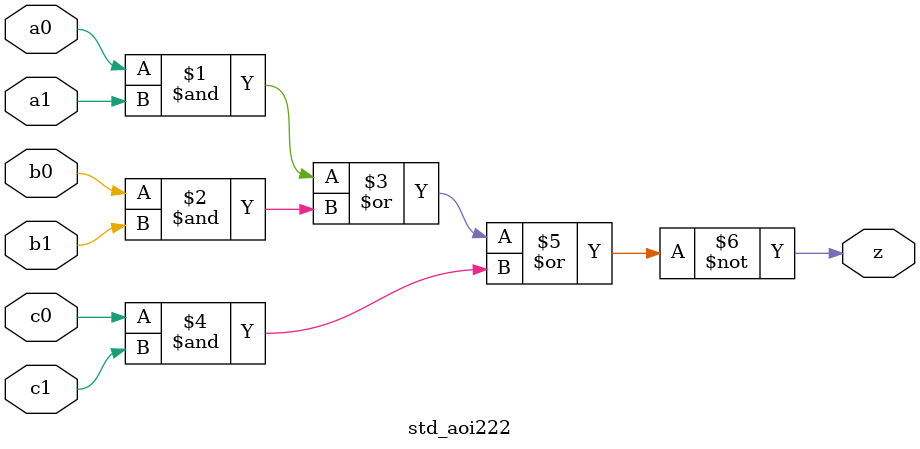
<source format=sv>

module std_aoi222 #(parameter DW = 1 ) // array width
(
	input [DW-1:0]  a0,
	input [DW-1:0]  a1,
	input [DW-1:0]  b0,
	input [DW-1:0]  b1,
	input [DW-1:0]  c0,
	input [DW-1:0]  c1,
	output [DW-1:0] z
);

assign z = ~((a0 & a1) | (b0 & b1) | (c0 & c1));

endmodule

</source>
